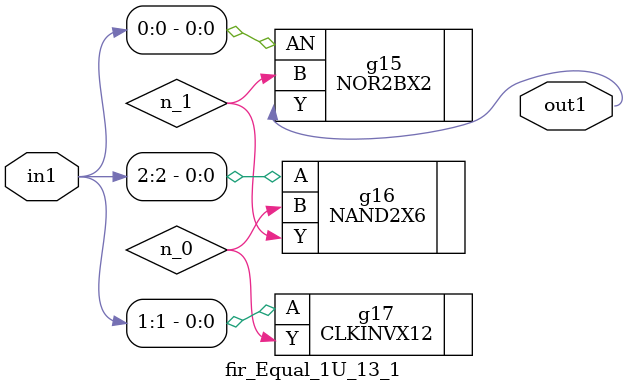
<source format=v>
`timescale 1ps / 1ps


module fir_Equal_1U_13_1(in1, out1);
  input [2:0] in1;
  output out1;
  wire [2:0] in1;
  wire out1;
  wire n_0, n_1;
  NOR2BX2 g15(.AN (in1[0]), .B (n_1), .Y (out1));
  NAND2X6 g16(.A (in1[2]), .B (n_0), .Y (n_1));
  CLKINVX12 g17(.A (in1[1]), .Y (n_0));
endmodule



</source>
